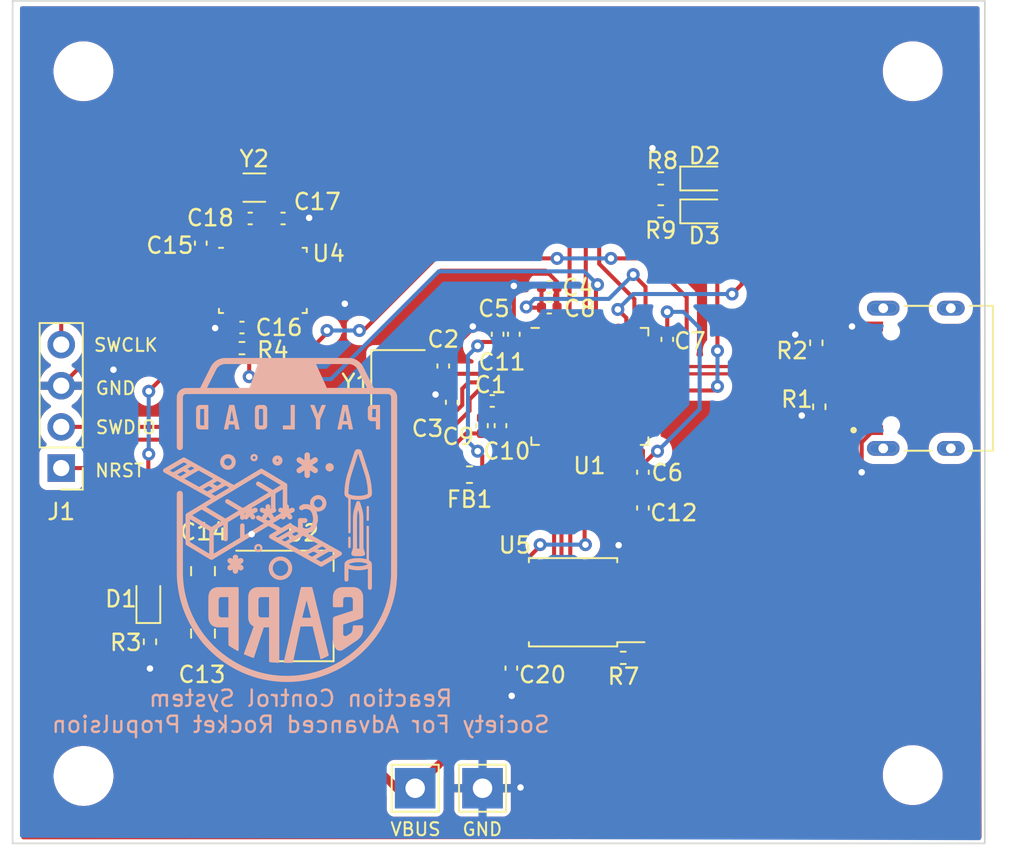
<source format=kicad_pcb>
(kicad_pcb (version 20240108) (generator "pcbnew") (generator_version "8.0")
  (layers (0 "F.Cu" signal) (31 "B.Cu" signal) (34 "B.Paste" user) (35 "F.Paste" user) (36 "B.SilkS" user "B.Silkscreen") (37 "F.SilkS" user "F.Silkscreen") (38 "B.Mask" user) (39 "F.Mask" user) (44 "Edge.Cuts" user))
  (net 0 "")
  (net 1 "/NRST")
  (net 2 "GND")
  (net 3 "/OSC_IN")
  (net 4 "/OSC_OUT")
  (net 5 "+3.3V")
  (net 6 "+3.3VA")
  (net 7 "Net-(U1-VCAP1)")
  (net 8 "VBUS")
  (net 9 "/PWR_LED_K")
  (net 10 "/SWDIO")
  (net 11 "/SWCLK")
  (net 12 "/USB_D+")
  (net 13 "/USB_D-")
  (net 14 "Net-(U4-CAP)")
  (net 15 "Net-(U4-XOUT32)")
  (net 16 "Net-(U4-XIN32)")
  (net 17 "Net-(D2-K)")
  (net 18 "Net-(D3-K)")
  (net 19 "Net-(J2-CC1)")
  (net 20 "/SCLK")
  (net 21 "/CS_FLASH")
  (net 22 "/MISO")
  (net 23 "/LED_B")
  (net 24 "/LED_G")
  (net 27 "Net-(J2-CC2)")
  (net 28 "/MOSI")
  (net 29 "/BNO_NRST")
  (net 30 "/SDA")
  (net 31 "/SCL")
  (net 55 "Net-(U4-GNDIO-Pad15)")
  (net 62 "unconnected-(U1-PA1-Pad11)")
  (footprint "TestPoint:TestPoint_THTPad_2.5x2.5mm_Drill1.2mm" (layer "F.Cu") (at 130.6 124)
    (property "Reference" "J5" (hide yes))
    (property "Value" "GND")
  )
  (footprint "Capacitor_SMD:C_0402_1005Metric" (layer "F.Cu") (at 128.7 100.18 90)
    (property "Reference" "C3")
    (property "Value" "10pF")
  )
  (footprint "Capacitor_SMD:C_0402_1005Metric" (layer "F.Cu") (at 115.7532 95.5687 180)
    (property "Reference" "C16")
    (property "Value" "100nF")
  )
  (footprint "TestPoint:TestPoint_THTPad_2.5x2.5mm_Drill1.2mm" (layer "F.Cu") (at 126.444 124)
    (property "Reference" "J4" (hide yes))
    (property "Value" "5V")
  )
  (footprint "LED_SMD:LED_0603_1608Metric" (layer "F.Cu") (at 144.2875 88.4)
    (property "Reference" "D3")
    (property "Value" "LED")
  )
  (footprint "Capacitor_SMD:C_0402_1005Metric" (layer "F.Cu") (at 113.2132 90.3617 -90)
    (property "Reference" "C15")
    (property "Value" "100nF")
  )
  (footprint "MountingHole:MountingHole_3.2mm_M3" (layer "F.Cu") (at 157.15 123.19)
    (property "Reference" "H4")
    (property "Value" "MountingHole")
  )
  (footprint "Capacitor_SMD:C_0402_1005Metric" (layer "F.Cu") (at 142 96.3 -90)
    (property "Reference" "C7")
    (property "Value" "100nF")
  )
  (footprint "USBC:HRO_TYPE-C-31-M-12" (layer "F.Cu") (at 159.5 98.7 90)
    (property "Reference" "J2" (hide yes))
    (property "Value" "TYPE-C-31-M-12")
    (fp_line (start 4.625 -4.72) (end 4.625 -3.62) (stroke (width 0.01)) (layer "Edge.Cuts"))
    (fp_line (start -4.025 -4.72) (end -4.025 -3.62) (stroke (width 0.01)) (layer "Edge.Cuts"))
    (fp_line (start 4.025 -3.62) (end 4.025 -4.72) (stroke (width 0.01)) (layer "Edge.Cuts"))
    (fp_line (start -4.625 -3.62) (end -4.625 -4.72) (stroke (width 0.01)) (layer "Edge.Cuts"))
    (fp_line (start 4.625 -0.4) (end 4.625 0.4) (stroke (width 0.01)) (layer "Edge.Cuts"))
    (fp_line (start -4.025 -0.4) (end -4.025 0.4) (stroke (width 0.01)) (layer "Edge.Cuts"))
    (fp_line (start 4.025 0.4) (end 4.025 -0.4) (stroke (width 0.01)) (layer "Edge.Cuts"))
    (fp_line (start -4.625 0.4) (end -4.625 -0.4) (stroke (width 0.01)) (layer "Edge.Cuts"))
    (fp_arc (start 4.325 -5.02) (mid 4.537132 -4.932132) (end 4.625 -4.72) (stroke (width 0.01)) (layer "Edge.Cuts"))
    (fp_arc (start -4.325 -5.02) (mid -4.112868 -4.932132) (end -4.025 -4.72) (stroke (width 0.01)) (layer "Edge.Cuts"))
    (fp_arc (start 4.025 -4.72) (mid 4.112868 -4.932132) (end 4.325 -5.02) (stroke (width 0.01)) (layer "Edge.Cuts"))
    (fp_arc (start -4.625 -4.72) (mid -4.537132 -4.932132) (end -4.325 -5.02) (stroke (width 0.01)) (layer "Edge.Cuts"))
    (fp_arc (start 4.625 -3.62) (mid 4.537132 -3.407868) (end 4.325 -3.32) (stroke (width 0.01)) (layer "Edge.Cuts"))
    (fp_arc (start -4.025 -3.62) (mid -4.112868 -3.407868) (end -4.325 -3.32) (stroke (width 0.01)) (layer "Edge.Cuts"))
    (fp_arc (start 4.325 -3.32) (mid 4.112868 -3.407868) (end 4.025 -3.62) (stroke (width 0.01)) (layer "Edge.Cuts"))
    (fp_arc (start -4.325 -3.32) (mid -4.537132 -3.407868) (end -4.625 -3.62) (stroke (width 0.01)) (layer "Edge.Cuts"))
    (fp_arc (start 4.325 -0.7) (mid 4.537132 -0.612132) (end 4.625 -0.4) (stroke (width 0.01)) (layer "Edge.Cuts"))
    (fp_arc (start -4.325 -0.7) (mid -4.112868 -0.612132) (end -4.025 -0.4) (stroke (width 0.01)) (layer "Edge.Cuts"))
    (fp_arc (start 4.025 -0.4) (mid 4.112868 -0.612132) (end 4.325 -0.7) (stroke (width 0.01)) (layer "Edge.Cuts"))
    (fp_arc (start -4.625 -0.4) (mid -4.537132 -0.612132) (end -4.325 -0.7) (stroke (width 0.01)) (layer "Edge.Cuts"))
    (fp_arc (start 4.625 0.4) (mid 4.537132 0.612132) (end 4.325 0.7) (stroke (width 0.01)) (layer "Edge.Cuts"))
    (fp_arc (start -4.025 0.4) (mid -4.112868 0.612132) (end -4.325 0.7) (stroke (width 0.01)) (layer "Edge.Cuts"))
    (fp_arc (start 4.325 0.7) (mid 4.112868 0.612132) (end 4.025 0.4) (stroke (width 0.01)) (layer "Edge.Cuts"))
    (fp_arc (start -4.325 0.7) (mid -4.537132 0.612132) (end -4.625 0.4) (stroke (width 0.01)) (layer "Edge.Cuts"))
  )
  (footprint "Crystal:Crystal_SMD_3225-4Pin_3.2x2.5mm" (layer "F.Cu") (at 125.3828 98.9588 -90)
    (property "Reference" "Y1")
    (property "Value" "16MHz")
  )
  (footprint "Capacitor_SMD:C_0402_1005Metric" (layer "F.Cu") (at 116.2612 88.8377)
    (property "Reference" "C18")
    (property "Value" "22pF")
  )
  (footprint "Connector_PinHeader_2.54mm:PinHeader_1x04_P2.54mm_Vertical" (layer "F.Cu") (at 104.6 104.24 180)
    (property "Reference" "J1")
    (property "Value" "SWD")
  )
  (footprint "Resistor_SMD:R_0402_1005Metric" (layer "F.Cu") (at 151.2 96.51 -90)
    (property "Reference" "R2")
    (property "Value" "5.11k")
  )
  (footprint "Package_SO:SOIC-8_5.23x5.23mm_P1.27mm" (layer "F.Cu") (at 136.188 112.522 180)
    (property "Reference" "U5")
    (property "Value" "W25Q32JVSS")
  )
  (footprint "Capacitor_SMD:C_0402_1005Metric" (layer "F.Cu") (at 134.719 94.3412)
    (property "Reference" "C8")
    (property "Value" "100nF")
  )
  (footprint "Resistor_SMD:R_0402_1005Metric" (layer "F.Cu") (at 151.384 100.457 90)
    (property "Reference" "R1")
    (property "Value" "5.11k")
  )
  (footprint "Capacitor_SMD:C_0805_2012Metric" (layer "F.Cu") (at 113.35 114.45 90)
    (property "Reference" "C13")
    (property "Value" "22uF")
  )
  (footprint "Resistor_SMD:R_0402_1005Metric" (layer "F.Cu") (at 141.5975 88.4 180)
    (property "Reference" "R9")
    (property "Value" "1k")
  )
  (footprint "Resistor_SMD:R_0402_1005Metric" (layer "F.Cu") (at 115.7532 96.8387)
    (property "Reference" "R4")
    (property "Value" "10k")
  )
  (footprint "Capacitor_SMD:C_0402_1005Metric" (layer "F.Cu") (at 132.378 116.586 -90)
    (property "Reference" "C20")
    (property "Value" "100nF")
  )
  (footprint "Package_DFN_QFN:QFN-48-1EP_7x7mm_P0.5mm_EP5.6x5.6mm" (layer "F.Cu") (at 137.222 99.2012)
    (property "Reference" "U1")
    (property "Value" "STM32F401CCU6")
  )
  (footprint "Crystal:Crystal_SMD_3215-2Pin_3.2x1.5mm" (layer "F.Cu") (at 116.5152 86.9327 180)
    (property "Reference" "Y2")
    (property "Value" "32.768Mhz")
  )
  (footprint "Package_TO_SOT_SMD:SOT-223-3_TabPin2" (layer "F.Cu") (at 119.5 112.75)
    (property "Reference" "U2")
    (property "Value" "AMS1117-3.3")
  )
  (footprint "Capacitor_SMD:C_0805_2012Metric" (layer "F.Cu") (at 113.35 110.6 90)
    (property "Reference" "C14")
    (property "Value" "22uF")
  )
  (footprint "Capacitor_SMD:C_0402_1005Metric" (layer "F.Cu") (at 131.532 95.9792 90)
    (property "Reference" "C5")
    (property "Value" "100nF")
  )
  (footprint "Resistor_SMD:R_0402_1005Metric" (layer "F.Cu") (at 110.077 114.9598 -90)
    (property "Reference" "R3")
    (property "Value" "1k")
  )
  (footprint "Resistor_SMD:R_0402_1005Metric" (layer "F.Cu") (at 141.5975 86.368 180)
    (property "Reference" "R8")
    (property "Value" "1k")
  )
  (footprint "Capacitor_SMD:C_0402_1005Metric" (layer "F.Cu") (at 118.2932 88.8377)
    (property "Reference" "C17")
    (property "Value" "22pF")
  )
  (footprint "Capacitor_SMD:C_0402_1005Metric" (layer "F.Cu") (at 131.2 100.1 180)
    (property "Reference" "C1")
    (property "Value" "100nF")
  )
  (footprint "Capacitor_SMD:C_0402_1005Metric" (layer "F.Cu") (at 134.719 93.0582)
    (property "Reference" "C4")
    (property "Value" "10uF")
  )
  (footprint "Capacitor_SMD:C_0402_1005Metric" (layer "F.Cu") (at 140.5 104.5 -90)
    (property "Reference" "C6")
    (property "Value" "100nF")
  )
  (footprint "Capacitor_SMD:C_0402_1005Metric" (layer "F.Cu") (at 128.1768 97.9428 90)
    (property "Reference" "C2")
    (property "Value" "10pF")
  )
  (footprint "Capacitor_SMD:C_0402_1005Metric" (layer "F.Cu") (at 131.708 101.624 90)
    (property "Reference" "C10" (hide yes))
    (property "Value" "1uF")
  )
  (footprint "MountingHole:MountingHole_3.2mm_M3" (layer "F.Cu") (at 105.97 79.75)
    (property "Reference" "H1")
    (property "Value" "MountingHole")
  )
  (footprint "LED_SMD:LED_0603_1608Metric" (layer "F.Cu") (at 109.9754 112.3182 90)
    (property "Reference" "D1")
    (property "Value" "LED")
  )
  (footprint "Package_LGA:LGA-28_5.2x3.8mm_P0.5mm" (layer "F.Cu") (at 117.0432 92.6592)
    (property "Reference" "U4")
    (property "Value" "BNO055")
  )
  (footprint "Capacitor_SMD:C_0402_1005Metric" (layer "F.Cu") (at 140.5 106.7 90)
    (property "Reference" "C12")
    (property "Value" "2.2uF")
  )
  (footprint "MountingHole:MountingHole_3.2mm_M3" (layer "F.Cu") (at 157.15 79.75)
    (property "Reference" "H2")
    (property "Value" "MountingHole")
  )
  (footprint "LED_SMD:LED_0603_1608Metric" (layer "F.Cu") (at 144.2875 86.368)
    (property "Reference" "D2")
    (property "Value" "LED")
  )
  (footprint "Capacitor_SMD:C_0402_1005Metric" (layer "F.Cu") (at 130.565 101.624 90)
    (property "Reference" "C9")
    (property "Value" "10nF")
  )
  (footprint "MountingHole:MountingHole_3.2mm_M3" (layer "F.Cu") (at 105.975 123.24)
    (property "Reference" "H3")
    (property "Value" "MountingHole")
  )
  (footprint "Resistor_SMD:R_0402_1005Metric" (layer "F.Cu") (at 139.28 115.951)
    (property "Reference" "R7")
    (property "Value" "10k")
  )
  (footprint "Capacitor_SMD:C_0402_1005Metric" (layer "F.Cu") (at 132.532 95.9792 90)
    (property "Reference" "C11")
    (property "Value" "1uF")
  )
  (footprint "Inductor_SMD:L_0603_1608Metric" (layer "F.Cu") (at 129.794 104.648)
    (property "Reference" "FB1")
    (property "Value" "120R")
  )
  (footprint "LOGO" (layer "B.Cu") (at 118.11 107.442 180)
    (property "Reference" "G***")
    (property "Value" "LOGO" (hide yes))
  )
  (gr_rect (start 101.6 75.404) (end 161.6 127.404) (stroke (width 0.1)) (fill none) (layer "Edge.Cuts"))
  (gr_text "Reaction Control System\nSociety For Advanced Rocket Propulsion\n" (at 119.38 120.65 0) (layer "B.SilkS") (effects (font (size 1 1)) (justify bottom mirror)))
  (gr_text "GND\n" (at 107.95 99.314 0) (layer "F.SilkS") (effects (font (size 0.8 0.8) (thickness 0.125))))
  (gr_text "GND" (at 129.286 127 0) (layer "F.SilkS") (effects (font (size 0.8 0.8) (thickness 0.125) (bold yes)) (justify left bottom)))
  (gr_text "NRST\n" (at 108.204 104.394 0) (layer "F.SilkS") (effects (font (size 0.8 0.8) (thickness 0.125))))
  (gr_text "SWCLK\n" (at 108.585 96.647 0) (layer "F.SilkS") (effects (font (size 0.8 0.8) (thickness 0.125))))
  (gr_text "VBUS" (at 124.841 127 0) (layer "F.SilkS") (effects (font (size 0.8 0.8) (thickness 0.125) (bold yes)) (justify left bottom)))
  (gr_text "SWDIO\n" (at 108.585 101.727 0) (layer "F.SilkS") (effects (font (size 0.8 0.8) (thickness 0.125))))
  (gr_text "C10" (at 132.1 103.2 0) (layer "F.SilkS") (effects (font (size 1 1))))
  (segment (start 104.6 104.24) (end 106.707 104.24) (width 0.25) (layer "F.Cu") (net 1))
  (segment (start 106.707 104.24) (end 108.458 102.489) (width 0.25) (layer "F.Cu") (net 1))
  (segment (start 130.3488 99.4512) (end 133.7845 99.4512) (width 0.25) (layer "F.Cu") (net 1))
  (segment (start 129.8 100.7) (end 129.8 100) (width 0.25) (layer "F.Cu") (net 1))
  (segment (start 132.3288 99.4512) (end 133.7845 99.4512) (width 0.25) (layer "F.Cu") (net 1))
  (segment (start 128.011 102.489) (end 129.8 100.7) (width 0.25) (layer "F.Cu") (net 1))
  (segment (start 108.458 102.489) (end 128.011 102.489) (width 0.25) (layer "F.Cu") (net 1))
  (segment (start 131.68 100.1) (end 132.3288 99.4512) (width 0.25) (layer "F.Cu") (net 1))
  (segment (start 129.8 100) (end 130.3488 99.4512) (width 0.25) (layer "F.Cu") (net 1))
  (segment (start 151.2 96) (end 149.9 96) (width 0.25) (layer "F.Cu") (net 2))
  (segment (start 132.45 118.25) (end 132.5 118.25) (width 0.25) (layer "F.Cu") (net 2))
  (segment (start 113.2132 90.8417) (end 113.2132 91.2132) (width 0.25) (layer "F.Cu") (net 2))
  (segment (start 140.5 104.98) (end 140.145 104.625) (width 0.25) (layer "F.Cu") (net 2))
  (segment (start 132.532 93) (end 132.532 95.4992) (width 0.25) (layer "F.Cu") (net 2))
  (segment (start 140.5 106.22) (end 140.5 104.98) (width 0.25) (layer "F.Cu") (net 2))
  (segment (start 135.199 94.3412) (end 135.199 93.0582) (width 0.25) (layer "F.Cu") (net 2))
  (segment (start 116.35 108.318) (end 116.35 110.45) (width 0.25) (layer "F.Cu") (net 2))
  (segment (start 107.823 98.171) (end 105.589 98.171) (width 0.25) (layer "F.Cu") (net 2))
  (segment (start 137.222 99.2012) (end 137.92226 99.2012) (width 0.25) (layer "F.Cu") (net 2))
  (segment (start 137.92226 99.2012) (end 140.17226 96.9512) (width 0.25) (layer "F.Cu") (net 2))
  (segment (start 122.1 97.626) (end 122.1 94.1) (width 0.25) (layer "F.Cu") (net 2))
  (segment (start 126.2328 97.8588) (end 126.2328 97.7672) (width 0.25) (layer "F.Cu") (net 2))
  (segment (start 119.8623 88.8377) (end 119.9 88.8) (width 0.25) (layer "F.Cu") (net 2))
  (segment (start 137.222 99.2012) (end 137.222 99.90146) (width 0.25) (layer "F.Cu") (net 2))
  (segment (start 118.8 85.55) (end 118.8 88.8109) (width 0.25) (layer "F.Cu") (net 2))
  (segment (start 151.384 100.967) (end 150.533 100.967) (width 0.25) (layer "F.Cu") (net 2))
  (segment (start 118.45 85.2) (end 118.8 85.55) (width 0.25) (layer "F.Cu") (net 2))
  (segment (start 135.199 95.04946) (end 134.972 95.27646) (width 0.25) (layer "F.Cu") (net 2))
  (segment (start 141.8288 96.9512) (end 140.6595 96.9512) (width 0.25) (layer "F.Cu") (net 2))
  (segment (start 134.700799 92.25) (end 135.199 92.748201) (width 0.25) (layer "F.Cu") (net 2))
  (segment (start 135.199 94.3412) (end 135.199 95.04946) (width 0.25) (layer "F.Cu") (net 2))
  (segment (start 124.5328 100.0588) (end 122.1 97.626) (width 0.25) (layer "F.Cu") (net 2))
  (segment (start 130.565 101.144) (end 131.708 101.144) (width 0.25) (layer "F.Cu") (net 2))
  (segment (start 136.472 99.9512) (end 133.7845 99.9512) (width 0.25) (layer "F.Cu") (net 2))
  (segment (start 137.222 99.90146) (end 139.472 102.15146) (width 0.25) (layer "F.Cu") (net 2))
  (segment (start 132.4 118.3) (end 132.45 118.25) (width 0.25) (layer "F.Cu") (net 2))
  (segment (start 116.7412 88.8377) (end 116.7412 85.9067) (width 0.25) (layer "F.Cu") (net 2))
  (segment (start 154.75 95.5) (end 153.4 95.5) (width 0.25) (layer "F.Cu") (net 2))
  (segment (start 134.972 95.27646) (end 134.972 95.7637) (width 0.25) (layer "F.Cu") (net 2))
  (segment (start 115.2732 95.5687) (end 114.1313 95.5687) (width 0.25) (layer "F.Cu") (net 2))
  (segment (start 111.3802 115.4698) (end 113.35 113.5) (width 0.25) (layer "F.Cu") (net 2))
  (segment (start 132.4 118.15) (end 132.378 118.128) (width 0.25) (layer "F.Cu") (net 2))
  (segment (start 126.2328 97.7672) (end 126.5372 97.4628) (width 0.25) (layer "F.Cu") (net 2))
  (segment (start 118.8 88.8109) (end 118.7732 88.8377) (width 0.25) (layer "F.Cu") (net 2))
  (segment (start 154 102.65) (end 154.75 101.9) (width 0.25) (layer "F.Cu") (net 2))
  (segment (start 128.7 99.7) (end 127.7 99.7) (width 0.25) (layer "F.Cu") (net 2))
  (segment (start 130.1404 95.4992) (end 131.532 95.4992) (width 0.25) (layer "F.Cu") (net 2))
  (segment (start 132.8488 99.9512) (end 133.7845 99.9512) (width 0.25) (layer "F.Cu") (net 2))
  (segment (start 137.222 99.2012) (end 134.972 96.9512) (width 0.25) (layer "F.Cu") (net 2))
  (segment (start 114.1313 95.5687) (end 114.1 95.6) (width 0.25) (layer "F.Cu") (net 2))
  (segment (start 139.788 110.617) (end 139 109.829) (width 0.25) (layer "F.Cu") (net 2))
  (segment (start 132.378 118.128) (end 132.378 117.066) (width 0.25) (layer "F.Cu") (net 2))
  (segment (start 110.077 115.4698) (end 111.3802 115.4698) (width 0.25) (layer "F.Cu") (net 2))
  (segment (start 130.1396 95.5) (end 130.1404 95.4992) (width 0.25) (layer "F.Cu") (net 2))
  (segment (start 113.9092 91.9092) (end 114.6557 91.9092) (width 0.25) (layer "F.Cu") (net 2))
  (segment (start 139 109) (end 139 109.25) (width 0.25) (layer "F.Cu") (net 2))
  (segment (start 114.0626 95.6) (end 114.1 95.6) (width 0.25) (layer "F.Cu") (net 2))
  (segment (start 139 109.829) (end 139 109) (width 0.25) (layer "F.Cu") (net 2))
  (segment (start 113.35 109.65) (end 115.55 109.65) (width 0.25) (layer "F.Cu") (net 2))
  (segment (start 140.17226 96.9512) (end 140.6595 96.9512) (width 0.25) (layer "F.Cu") (net 2))
  (segment (start 154 104.5) (end 154 102.65) (width 0.25) (layer "F.Cu") (net 2))
  (segment (start 117.4479 85.2) (end 118.45 85.2) (width 0.25) (layer "F.Cu") (net 2))
  (segment (start 122.1 94.1) (end 122.1 93.8) (width 0.25) (layer "F.Cu") (net 2))
  (segment (start 114.0313 95.5687) (end 114.0626 95.6) (width 0.25) (layer "F.Cu") (net 2))
  (segment (start 118.7732 88.8377) (end 119.8623 88.8377) (width 0.25) (layer "F.Cu") (net 2))
  (segment (start 126.5372 97.4628) (end 128.1768 97.4628) (width 0.25) (layer "F.Cu") (net 2))
  (segment (start 132.532 95.4992) (end 131.532 95.4992) (width 0.25) (layer "F.Cu") (net 2))
  (segment (start 134.972 96.9512) (end 134.972 95.7637) (width 0.25) (layer "F.Cu") (net 2))
  (segment (start 135.199 92.748201) (end 135.199 93.0582) (width 0.25) (layer "F.Cu") (net 2))
  (segment (start 110.077 115.4698) (end 110.077 116.6108) (width 0.25) (layer "F.Cu") (net 2))
  (segment (start 132.378 117.066) (end 132.316 117.066) (width 0.25) (layer "F.Cu") (net 2))
  (segment (start 119.4307 92.9092) (end 119.4307 92.4092) (width 0.25) (layer "F.Cu") (net 2))
  (segment (start 113.2132 91.2132) (end 113.9092 91.9092) (width 0.25) (layer "F.Cu") (net 2))
  (segment (start 132.4 118.3) (end 132.4 118.15) (width 0.25) (layer "F.Cu") (net 2))
  (segment (start 105.589 98.171) (end 104.6 99.16) (width 0.25) (layer "F.Cu") (net 2))
  (segment (start 150.533 100.967) (end 150.3 101) (width 0.25) (layer "F.Cu") (net 2))
  (segment (start 137.222 99.2012) (end 136.472 99.9512) (width 0.25) (layer "F.Cu") (net 2))
  (segment (start 133.282 92.25) (end 134.700799 92.25) (width 0.25) (layer "F.Cu") (net 2))
  (segment (start 140.13351 104.625) (end 139.472 103.96349) (width 0.25) (layer "F.Cu") (net 2))
  (segment (start 132.532 93) (end 133.282 92.25) (width 0.25) (layer "F.Cu") (net 2))
  (segment (start 116.7412 85.9067) (end 117.4479 85.2) (width 0.25) (layer "F.Cu") (net 2))
  (segment (start 139.472 102.15146) (end 139.472 102.6387) (width 0.25) (layer "F.Cu") (net 2))
  (segment (start 130 95.5) (end 130.1396 95.5) (width 0.25) (layer "F.Cu") (net 2))
  (segment (start 150.3 101) (end 150.5 101) (width 0.25) (layer "F.Cu") (net 2))
  (segment (start 122.1 93.8) (end 120.7092 92.4092) (width 0.25) (layer "F.Cu") (net 2))
  (segment (start 130.72 100.1) (end 130.72 100.989) (width 0.25) (layer "F.Cu") (net 2))
  (segment (start 130 95.6396) (end 130 95.5) (width 0.25) (layer "F.Cu") (net 2))
  (segment (start 131.708 101.092) (end 132.8488 99.9512) (width 0.25) (layer "F.Cu") (net 2))
  (segment (start 132.9436 123.952) (end 132.8956 124) (width 0.5) (layer "F.Cu") (net 2))
  (segment (start 120.7092 92.4092) (end 119.4307 92.4092) (width 0.25) (layer "F.Cu") (net 2))
  (segment (start 132.8956 124) (end 130.6 124) (width 0.5) (layer "F.Cu") (net 2))
  (segment (start 141.0875 84.5) (end 141.0875 86.368) (width 0.25) (layer "F.Cu") (net 2))
  (segment (start 139.472 103.96349) (end 139.472 102.6387) (width 0.25) (layer "F.Cu") (net 2))
  (segment (start 141.0875 88.4) (end 141.0875 86.368) (width 0.25) (layer "F.Cu") (net 2))
  (segment (start 140.145 104.625) (end 140.13351 104.625) (width 0.25) (layer "F.Cu") (net 2))
  (segment (start 142 96.78) (end 141.8288 96.9512) (width 0.25) (layer "F.Cu") (net 2))
  (segment (start 115.55 109.65) (end 116.35 110.45) (width 0.25) (layer "F.Cu") (net 2))
  (segment (start 128.1768 97.4628) (end 130 95.6396) (width 0.25) (layer "F.Cu") (net 2))
  (segment (start 131.708 101.144) (end 131.708 101.092) (width 0.25) (layer "F.Cu") (net 2))
  (via (at 132.532 93) (size 0.8) (drill 0.4) (layers "F.Cu" "B.Cu") (net 2))
  (via (at 141.0875 84.5) (size 0.8) (drill 0.4) (layers "F.Cu" "B.Cu") (net 2))
  (via (at 132.9436 123.952) (size 0.8) (drill 0.4) (layers "F.Cu" "B.Cu") (net 2))
  (via (at 119.9 88.8) (size 0.8) (drill 0.4) (layers "F.Cu" "B.Cu") (net 2))
  (via (at 107.823 98.171) (size 0.8) (drill 0.4) (layers "F.Cu" "B.Cu") (net 2))
  (via (at 122.1 94.1) (size 0.8) (drill 0.4) (layers "F.Cu" "B.Cu") (net 2))
  (via (at 130 95.5) (size 0.8) (drill 0.4) (layers "F.Cu" "B.Cu") (net 2))
  (via (at 149.9 96) (size 0.8) (drill 0.4) (layers "F.Cu" "B.Cu") (net 2))
  (via (at 150.3 101) (size 0.8) (drill 0.4) (layers "F.Cu" "B.Cu") (net 2))
  (via (at 110.077 116.6108) (size 0.8) (drill 0.4) (layers "F.Cu" "B.Cu") (net 2))
  (via (at 153.4 95.5) (size 0.8) (drill 0.4) (layers "F.Cu" "B.Cu") (net 2))
  (via (at 154 104.5) (size 0.8) (drill 0.4) (layers "F.Cu" "B.Cu") (net 2))
  (via (at 127.7 99.7) (size 0.8) (drill 0.4) (layers "F.Cu" "B.Cu") (net 2))
  (via (at 139 109) (size 0.8) (drill 0.4) (layers "F.Cu" "B.Cu") (net 2))
  (via (at 114.1 95.6) (size 0.8) (drill 0.4) (layers "F.Cu" "B.Cu") (net 2))
  (via (at 132.4 118.3) (size 0.8) (drill 0.4) (layers "F.Cu" "B.Cu") (net 2))
  (via (at 116.35 108.318) (size 0.8) (drill 0.4) (layers "F.Cu" "B.Cu") (net 2))
  (segment (start 124.5328 97.8588) (end 124.5328 98.1088) (width 0.25) (layer "F.Cu") (net 3))
  (segment (start 124.5328 98.1088) (end 125.3828 98.9588) (width 0.25) (layer "F.Cu") (net 3))
  (segment (start 125.3828 98.9588) (end 127.6408 98.9588) (width 0.25) (layer "F.Cu") (net 3))
  (segment (start 133.7561 98.4228) (end 133.7845 98.4512) (width 0.25) (layer "F.Cu") (net 3))
  (segment (start 128.1768 98.4228) (end 133.7561 98.4228) (width 0.25) (layer "F.Cu") (net 3))
  (segment (start 127.6408 98.9588) (end 128.1768 98.4228) (width 0.25) (layer "F.Cu") (net 3))
  (segment (start 129.74229 98.9512) (end 133.7845 98.9512) (width 0.25) (layer "F.Cu") (net 4))
  (segment (start 128.7 100.66) (end 129.04 100.66) (width 0.25) (layer "F.Cu") (net 4))
  (segment (start 128.7 100.66) (end 126.834 100.66) (width 0.25) (layer "F.Cu") (net 4))
  (segment (start 129.35 99.34349) (end 129.74229 98.9512) (width 0.25) (layer "F.Cu") (net 4))
  (segment (start 129.35 100.35) (end 129.35 99.34349) (width 0.25) (layer "F.Cu") (net 4))
  (segment (start 129.04 100.66) (end 129.35 100.35) (width 0.25) (layer "F.Cu") (net 4))
  (segment (start 126.834 100.66) (end 126.2328 100.0588) (width 0.25) (layer "F.Cu") (net 4))
  (segment (start 139.968 102.6427) (end 139.972 102.6387) (width 0.25) (layer "F.Cu") (net 5))
  (segment (start 110 103.378) (end 109.9754 103.4026) (width 0.25) (layer "F.Cu") (net 5))
  (segment (start 125.523 112.75) (end 127.2 114.427) (width 0.25) (layer "F.Cu") (net 5))
  (segment (start 133.387999 114.427) (end 132.588 114.427) (width 0.25) (layer "F.Cu") (net 5))
  (segment (start 134.314999 113.5) (end 133.387999 114.427) (width 0.25) (layer "F.Cu") (net 5))
  (segment (start 130.3 103.2) (end 130.5815 103.4815) (width 0.25) (layer "F.Cu") (net 5))
  (segment (start 113 94.0039) (end 113 96.2) (width 0.25) (layer "F.Cu") (net 5))
  (segment (start 140.6595 96.1) (end 140.9395 95.82) (width 0.25) (layer "F.Cu") (net 5))
  (segment (start 115.2932 90.9967) (end 115.3182 91.0217) (width 0.25) (layer "F.Cu") (net 5))
  (segment (start 134.239 94.3412) (end 134.239 95.5307) (width 0.25) (layer "F.Cu") (net 5))
  (segment (start 131.532 96.4592) (end 132.532 96.4592) (width 0.25) (layer "F.Cu") (net 5))
  (segment (start 122.65 112.75) (end 116.35 112.75) (width 0.25) (layer "F.Cu") (net 5))
  (segment (start 122.65 112.75) (end 125.523 112.75) (width 0.25) (layer "F.Cu") (net 5))
  (segment (start 113.2132 89.8817) (end 114.7927 89.8817) (width 0.25) (layer "F.Cu") (net 5))
  (segment (start 114.55 112.75) (end 113.35 111.55) (width 0.25) (layer "F.Cu") (net 5))
  (segment (start 133.7845 96.4512) (end 134.472 95.7637) (width 0.25) (layer "F.Cu") (net 5))
  (segment (start 140.9395 95.82) (end 142 95.82) (width 0.25) (layer "F.Cu") (net 5))
  (segment (start 133.7765 96.4592) (end 133.7845 96.4512) (width 0.25) (layer "F.Cu") (net 5))
  (segment (start 133.3412 94.3412) (end 134.239 94.3412) (width 0.25) (layer "F.Cu") (net 5))
  (segment (start 112.6613 96.8387) (end 113.6387 96.8387) (width 0.25) (layer "F.Cu") (net 5))
  (segment (start 130.5408 96.4592) (end 130.3 96.7) (width 0.25) (layer "F.Cu") (net 5))
  (segment (start 115.3182 91.0217) (end 115.3182 92.3612) (width 0.25) (layer "F.Cu") (net 5))
  (segment (start 115.3182 92.3612) (end 115.2702 92.4092) (width 0.25) (layer "F.Cu") (net 5))
  (segment (start 139.9 92.3) (end 140.6595 93.0595) (width 0.25) (layer "F.Cu") (net 5))
  (segment (start 110 99.5) (end 112.6613 96.8387) (width 0.25) (layer "F.Cu") (net 5))
  (segment (start 116.35 112.75) (end 114.55 112.75) (width 0.25) (layer "F.Cu") (net 5))
  (segment (start 127.2 114.427) (end 132.588 114.427) (width 0.25) (layer "F.Cu") (net 5))
  (segment (start 113 96.2) (end 113.6387 96.8387) (width 0.25) (layer "F.Cu") (net 5))
  (segment (start 115.2932 90.3822) (end 115.2932 90.9967) (width 0.25) (layer "F.Cu") (net 5))
  (segment (start 109.9754 103.4026) (end 109.9754 111.5307) (width 0.25) (layer "F.Cu") (net 5))
  (segment (start 140.5 103.1667) (end 139.972 102.6387) (width 0.25) (layer "F.Cu") (net 5))
  (segment (start 142 95.82) (end 142 94.6) (width 0.25) (layer "F.Cu") (net 5))
  (segment (start 114.0947 92.9092) (end 113 94.0039) (width 0.25) (layer "F.Cu") (net 5))
  (segment (start 109.9754 111.5307) (end 113.3307 111.5307) (width 0.25) (layer "F.Cu") (net 5))
  (segment (start 115.2702 92.4092) (end 114.6557 92.4092) (width 0.25) (layer "F.Cu") (net 5))
  (segment (start 138.77 115.951) (end 138.77 114.994695) (width 0.25) (layer "F.Cu") (net 5))
  (segment (start 131.532 96.4592) (end 130.5408 96.4592) (width 0.25) (layer "F.Cu") (net 5))
  (segment (start 114.7927 89.8817) (end 115.2932 90.3822) (width 0.25) (layer "F.Cu") (net 5))
  (segment (start 113.3307 111.5307) (end 113.35 111.55) (width 0.25) (layer "F.Cu") (net 5))
  (segment (start 140.5 104.02) (end 140.5 103.1667) (width 0.25) (layer "F.Cu") (net 5))
  (segment (start 130.5815 103.4815) (end 130.5815 104.648) (width 0.25) (layer "F.Cu") (net 5))
  (segment (start 141.32 103.2) (end 140.5 104.02) (width 0.25) (layer "F.Cu") (net 5))
  (segment (start 122.65 112.5795) (end 122.65 112.75) (width 0.25) (layer "F.Cu") (net 5))
  (segment (start 134.239 93.0582) (end 134.239 94.3412) (width 0.25) (layer "F.Cu") (net 5))
  (segment (start 133.3 94.3) (end 133.3412 94.3412) (width 0.25) (layer "F.Cu") (net 5))
  (segment (start 137.275305 113.5) (end 134.314999 113.5) (width 0.25) (layer "F.Cu") (net 5))
  (segment (start 132.45 115.951) (end 132.45 114.311) (width 0.25) (layer "F.Cu") (net 5))
  (segment (start 140.6595 93.0595) (end 140.6595 96.4512) (width 0.25) (layer "F.Cu") (net 5))
  (segment (start 132.532 96.4592) (end 133.7765 96.4592) (width 0.25) (layer "F.Cu") (net 5))
  (segment (start 114.6557 92.4092) (end 114.6557 92.9092) (width 0.25) (layer "F.Cu") (net 5))
  (segment (start 141.4 103.2) (end 141.32 103.2) (width 0.25) (layer "F.Cu") (net 5))
  (segment (start 114.6557 92.9092) (end 114.0947 92.9092) (width 0.25) (layer "F.Cu") (net 5))
  (segment (start 138.77 114.994695) (end 137.275305 113.5) (width 0.25) (layer "F.Cu") (net 5))
  (segment (start 113.6387 96.8387) (end 115.2432 96.8387) (width 0.25) (layer "F.Cu") (net 5))
  (segment (start 130.5815 104.648) (end 122.65 112.5795) (width 0.25) (layer "F.Cu") (net 5))
  (segment (start 134.239 95.5307) (end 134.472 95.7637) (width 0.25) (layer "F.Cu") (net 5))
  (via (at 133.3 94.3) (size 0.8) (drill 0.4) (layers "F.Cu" "B.Cu") (net 5))
  (via (at 141.4 103.2) (size 0.8) (drill 0.4) (layers "F.Cu" "B.Cu") (net 5))
  (via (at 110 99.5) (size 0.8) (drill 0.4) (layers "F.Cu" "B.Cu") (net 5))
  (via (at 110 103.378) (size 0.8) (drill 0.4) (layers "F.Cu" "B.Cu") (net 5))
  (via (at 130.3 103.2) (size 0.8) (drill 0.4) (layers "F.Cu" "B.Cu") (net 5))
  (via (at 142 94.6) (size 0.8) (drill 0.4) (layers "F.Cu" "B.Cu") (net 5))
  (via (at 139.9 92.3) (size 0.8) (drill 0.4) (layers "F.Cu" "B.Cu") (net 5))
  (via (at 130.3 96.7) (size 0.8) (drill 0.4) (layers "F.Cu" "B.Cu") (net 5))
  (segment (start 133.8 93.8) (end 138.4 93.8) (width 0.25) (layer "B.Cu") (net 5))
  (segment (start 144 100.6) (end 144 95.6) (width 0.25) (layer "B.Cu") (net 5))
  (segment (start 143 94.6) (end 142 94.6) (width 0.25) (layer "B.Cu") (net 5))
  (segment (start 129.7 97.3) (end 130.3 96.7) (width 0.25) (layer "B.Cu") (net 5))
  (segment (start 110 99.5) (end 110 103.378) (width 0.25) (layer "B.Cu") (net 5))
  (segment (start 141.4 103.2) (end 144 100.6) (width 0.25) (layer "B.Cu") (net 5))
  (segment (start 133.3 94.3) (end 133.8 93.8) (width 0.25) (layer "B.Cu") (net 5))
  (segment (start 138.4 93.8) (end 139.9 92.3) (width 0.25) (layer "B.Cu") (net 5))
  (segment (start 129.7 102.6) (end 129.7 97.3) (width 0.25) (layer "B.Cu") (net 5))
  (segment (start 144 95.6) (end 143 94.6) (width 0.25) (layer "B.Cu") (net 5))
  (segment (start 130.3 103.2) (end 129.7 102.6) (width 0.25) (layer "B.Cu") (net 5))
  (segment (start 129.0065 104.648) (end 129.0065 102.6935) (width 0.25) (layer "F.Cu") (net 6))
  (segment (start 129.596 102.104) (end 130.565 102.104) (width 0.25) (layer "F.Cu") (net 6))
  (segment (start 133.29726 100.4512) (end 133.7845 100.4512) (width 0.25) (layer "F.Cu") (net 6))
  (segment (start 132.4 101.721999) (end 132.4 101.34846) (width 0.25) (layer "F.Cu") (net 6))
  (segment (start 131.708 102.104) (end 132.017999 102.104) (width 0.25) (layer "F.Cu") (net 6))
  (segment (start 132.017999 102.104) (end 132.4 101.721999) (width 0.25) (layer "F.Cu") (net 6))
  (segment (start 132.4 101.34846) (end 133.29726 100.4512) (width 0.25) (layer "F.Cu") (net 6))
  (segment (start 129.0065 102.6935) (end 129.596 102.104) (width 0.25) (layer "F.Cu") (net 6))
  (segment (start 130.565 102.104) (end 131.708 102.104) (width 0.25) (layer "F.Cu") (net 6))
  (segment (start 131.708 102.092) (end 131.73149 102.092) (width 0.25) (layer "F.Cu") (net 6))
  (segment (start 131.708 102.104) (end 131.708 102.092) (width 0.25) (layer "F.Cu") (net 6))
  (segment (start 140.13351 106.825) (end 138.972 105.66349) (width 0.25) (layer "F.Cu") (net 7))
  (segment (start 140.5 107.18) (end 140.145 106.825) (width 0.25) (layer "F.Cu") (net 7))
  (segment (start 140.145 106.825) (end 140.13351 106.825) (width 0.25) (layer "F.Cu") (net 7))
  (segment (start 138.972 105.66349) (end 138.972 102.6387) (width 0.25) (layer "F.Cu") (net 7))
  (segment (start 156.7 99.7) (end 156.7 97.644594) (width 0.25) (layer "F.Cu") (net 8))
  (segment (start 152.5 102.28) (end 153.68 101.1) (width 0.5) (layer "F.Cu") (net 8))
  (segment (start 113.366 115.384) (end 113.35 115.4) (width 0.5) (layer "F.Cu") (net 8))
  (segment (start 156.7 97.644594) (end 155.355406 96.3) (width 0.25) (layer "F.Cu") (net 8))
  (segment (start 154.75 101.1) (end 155.3 101.1) (width 0.25) (layer "F.Cu") (net 8))
  (segment (start 152.5 111.5) (end 152.5 102.28) (width 0.5) (layer "F.Cu") (net 8))
  (segment (start 126.444 124) (end 125.3 124) (width 0.5) (layer "F.Cu") (net 8))
  (segment (start 155.355406 96.3) (end 154.75 96.3) (width 0.25) (layer "F.Cu") (net 8))
  (segment (start 116 115.4) (end 116.35 115.05) (width 0.25) (layer "F.Cu") (net 8))
  (segment (start 153.68 101.1) (end 154.75 101.1) (width 0.5) (layer "F.Cu") (net 8))
  (segment (start 143.5 120.5) (end 152.5 111.5) (width 0.5) (layer "F.Cu") (net 8))
  (segment (start 155.3 101.1) (end 156.7 99.7) (width 0.25) (layer "F.Cu") (net 8))
  (segment (start 116.35 115.05) (end 116.016 115.384) (width 0.5) (layer "F.Cu") (net 8))
  (segment (start 116.45 115.05) (end 116.35 115.05) (width 0.5) (layer "F.Cu") (net 8))
  (segment (start 116.016 115.384) (end 113.366 115.384) (width 0.5) (layer "F.Cu") (net 8))
  (segment (start 125.3 124) (end 116.35 115.05) (width 0.5) (layer "F.Cu") (net 8))
  (segment (start 126.444 124) (end 129.944 120.5) (width 0.5) (layer "F.Cu") (net 8))
  (segment (start 129.944 120.5) (end 143.5 120.5) (width 0.5) (layer "F.Cu") (net 8))
  (segment (start 109.9754 114.3482) (end 110.077 114.4498) (width 0.25) (layer "F.Cu") (net 9))
  (segment (start 109.9754 113.1057) (end 109.9754 114.3482) (width 0.25) (layer "F.Cu") (net 9))
  (segment (start 123.25 95.75) (end 127.7 91.3) (width 0.25) (layer "F.Cu") (net 10))
  (segment (start 143.2 93.7) (end 143.2 97) (width 0.25) (layer "F.Cu") (net 10))
  (segment (start 140.8 91.3) (end 143.2 93.7) (width 0.25) (layer "F.Cu") (net 10))
  (segment (start 115.2 101.7) (end 104.6 101.7) (width 0.25) (layer "F.Cu") (net 10))
  (segment (start 121 95.9) (end 115.2 101.7) (width 0.25) (layer "F.Cu") (net 10))
  (segment (start 123 95.75) (end 123.25 95.75) (width 0.25) (layer "F.Cu") (net 10))
  (segment (start 135.2 91.3) (end 135 91.3) (width 0.25) (layer "F.Cu") (net 10))
  (segment (start 127.7 91.3) (end 135.2 91.3) (width 0.25) (layer "F.Cu") (net 10))
  (segment (start 138.525 91.3) (end 140.8 91.3) (width 0.25) (layer "F.Cu") (net 10))
  (segment (start 142.7488 97.4512) (end 140.6595 97.4512) (width 0.25) (layer "F.Cu") (net 10))
  (segment (start 143.2 97) (end 142.7488 97.4512) (width 0.25) (layer "F.Cu") (net 10))
  (segment (start 121 95.75) (end 121 95.9) (width 0.25) (layer "F.Cu") (net 10))
  (via (at 138.525 91.3) (size 0.8) (drill 0.4) (layers "F.Cu" "B.Cu") (net 10))
  (via (at 121 95.75) (size 0.8) (drill 0.4) (layers "F.Cu" "B.Cu") (net 10))
  (via (at 123 95.75) (size 0.8) (drill 0.4) (layers "F.Cu" "B.Cu") (net 10))
  (via (at 135.2 91.3) (size 0.8) (drill 0.4) (layers "F.Cu" "B.Cu") (net 10))
  (segment (start 123 95.75) (end 122.9 95.85) (width 0.25) (layer "B.Cu") (net 10))
  (segment (start 123 95.75) (end 121 95.75) (width 0.25) (layer "B.Cu") (net 10))
  (segment (start 135.2 91.3) (end 138.525 91.3) (width 0.25) (layer "B.Cu") (net 10))
  (segment (start 137.8 91.636396) (end 139.972 93.808396) (width 0.25) (layer "F.Cu") (net 11))
  (segment (start 135.3 84.6) (end 137.8 87.1) (width 0.25) (layer "F.Cu") (net 11))
  (segment (start 137.8 87.1) (end 137.8 91.636396) (width 0.25) (layer "F.Cu") (net 11))
  (segment (start 114.7 84.6) (end 135.3 84.6) (width 0.25) (layer "F.Cu") (net 11))
  (segment (start 104.6 94.7) (end 104.6 96.62) (width 0.25) (layer "F.Cu") (net 11))
  (segment (start 104.6 94.7) (end 114.7 84.6) (width 0.25) (layer "F.Cu") (net 11))
  (segment (start 139.972 93.808396) (end 139.972 95.7637) (width 0.25) (layer "F.Cu") (net 11))
  (segment (start 155.57 98.95) (end 155.7 98.82) (width 0.2) (layer "F.Cu") (net 12))
  (segment (start 153.2175 97.975) (end 153.2425 97.95) (width 0.2) (layer "F.Cu") (net 12))
  (segment (start 152.757624 97.9762) (end 152.758824 97.975) (width 0.2) (layer "F.Cu") (net 12))
  (segment (start 141.340751 97.9762) (end 152.757624 97.9762) (width 0.2) (layer "F.Cu") (net 12))
  (segment (start 154.75 98.95) (end 155.57 98.95) (width 0.2) (layer "F.Cu") (net 12))
  (segment (start 153.2425 97.95) (end 154.75 97.95) (width 0.2) (layer "F.Cu") (net 12))
  (segment (start 152.758824 97.975) (end 153.2175 97.975) (width 0.2) (layer "F.Cu") (net 12))
  (segment (start 141.315751 97.9512) (end 141.340751 97.9762) (width 0.2) (layer "F.Cu") (net 12))
  (segment (start 140.6595 97.9512) (end 141.315751 97.9512) (width 0.2) (layer "F.Cu") (net 12))
  (segment (start 155.57 97.95) (end 154.75 97.95) (width 0.2) (layer "F.Cu") (net 12))
  (segment (start 155.7 98.82) (end 155.7 98.08) (width 0.2) (layer "F.Cu") (net 12))
  (segment (start 155.7 98.08) (end 155.57 97.95) (width 0.2) (layer "F.Cu") (net 12))
  (segment (start 152.93103 98.425) (end 153.2175 98.425) (width 0.2) (layer "F.Cu") (net 13))
  (segment (start 153.7 98.68) (end 153.7 99.22) (width 0.2) (layer "F.Cu") (net 13))
  (segment (start 141.315751 98.4512) (end 141.340751 98.4262) (width 0.2) (layer "F.Cu") (net 13))
  (segment (start 154.75 98.45) (end 153.93 98.45) (width 0.2) (layer "F.Cu") (net 13))
  (segment (start 153.2175 98.425) (end 153.2425 98.45) (width 0.2) (layer "F.Cu") (net 13))
  (segment (start 141.340751 98.4262) (end 152.92983 98.4262) (width 0.2) (layer "F.Cu") (net 13))
  (segment (start 153.2425 98.45) (end 154.75 98.45) (width 0.2) (layer "F.Cu") (net 13))
  (segment (start 153.7 99.22) (end 153.93 99.45) (width 0.2) (layer "F.Cu") (net 13))
  (segment (start 140.6595 98.4512) (end 141.315751 98.4512) (width 0.2) (layer "F.Cu") (net 13))
  (segment (start 152.92983 98.4262) (end 152.93103 98.425) (width 0.2) (layer "F.Cu") (net 13))
  (segment (start 153.93 99.45) (end 154.75 99.45) (width 0.2) (layer "F.Cu") (net 13))
  (segment (start 153.93 98.45) (end 153.7 98.68) (width 0.2) (layer "F.Cu") (net 13))
  (segment (start 116.2932 95.5087) (end 116.2932 94.3217) (width 0.25) (layer "F.Cu") (net 14))
  (segment (start 116.2932 95.5647) (end 116.2892 95.5687) (width 0.25) (layer "F.Cu") (net 14))
  (segment (start 116.2332 95.5687) (end 116.2932 95.5087) (width 0.25) (layer "F.Cu") (net 14))
  (segment (start 117.8132 88.8377) (end 117.8132 86.9807) (width 0.25) (layer "F.Cu") (net 15))
  (segment (start 116.6422 90.1077) (end 117.2772 90.1077) (width 0.25) (layer "F.Cu") (net 15))
  (segment (start 116.2932 90.9967) (end 116.2932 90.4567) (width 0.25) (layer "F.Cu") (net 15))
  (segment (start 117.8132 89.5717) (end 117.8132 88.8377) (width 0.25) (layer "F.Cu") (net 15))
  (segment (start 117.2772 90.1077) (end 117.8132 89.5717) (width 0.25) (layer "F.Cu") (net 15))
  (segment (start 116.2932 90.4567) (end 116.6422 90.1077) (width 0.25) (layer "F.Cu") (net 15))
  (segment (start 117.8132 86.9807) (end 117.7652 86.9327) (width 0.25) (layer "F.Cu") (net 15))
  (segment (start 115.2652 88.3217) (end 115.7812 88.8377) (width 0.25) (layer "F.Cu") (net 16))
  (segment (start 115.7812 88.8377) (end 115.7812 90.9847) (width 0.25) (layer "F.Cu") (net 16))
  (segment (start 115.2652 86.9327) (end 115.2652 88.3217) (width 0.25) (layer "F.Cu") (net 16))
  (segment (start 115.7812 90.9847) (end 115.7932 90.9967) (width 0.25) (layer "F.Cu") (net 16))
  (segment (start 143.5 86.368) (end 142.1075 86.368) (width 0.25) (layer "F.Cu") (net 17))
  (segment (start 143.5 88.4) (end 142.1075 88.4) (width 0.25) (layer "F.Cu") (net 18))
  (segment (start 153.6595 99.947) (end 153.6625 99.95) (width 0.25) (layer "F.Cu") (net 19))
  (segment (start 151.384 99.947) (end 153.6595 99.947) (width 0.25) (layer "F.Cu") (net 19))
  (segment (start 153.6625 99.95) (end 154.75 99.95) (width 0.25) (layer "F.Cu") (net 19))
  (segment (start 139.79 115.951) (end 139.79 114.429) (width 0.25) (layer "F.Cu") (net 20))
  (segment (start 135.472 102.6387) (end 135.472 110.572) (width 0.25) (layer "F.Cu") (net 20))
  (segment (start 135.472 110.572) (end 139.327 114.427) (width 0.25) (layer "F.Cu") (net 20))
  (segment (start 139.327 114.427) (end 139.788 114.427) (width 0.25) (layer "F.Cu") (net 20))
  (segment (start 139.79 114.429) (end 139.788 114.427) (width 0.25) (layer "F.Cu") (net 20))
  (segment (start 132.588 111.887) (end 133.387999 111.887) (width 0.25) (layer "F.Cu") (net 21))
  (segment (start 135.016 110.258999) (end 135.016 102.6387) (width 0.25) (layer "F.Cu") (net 21))
  (segment (start 133.387999 111.887) (end 135.016 110.258999) (width 0.25) (layer "F.Cu") (net 21))
  (segment (start 138.988001 113.157) (end 136.016 110.184999) (width 0.25) (layer "F.Cu") (net 22))
  (segment (start 139.788 113.157) (end 138.988001 113.157) (width 0.25) (layer "F.Cu") (net 22))
  (segment (start 136.016 110.184999) (end 136.016 102.6387) (width 0.25) (layer "F.Cu") (net 22))
  (segment (start 144.8488 99.4512) (end 140.6595 99.4512) (width 0.25) (layer "F.Cu") (net 23))
  (segment (start 145.1 99.2) (end 144.8488 99.4512) (width 0.25) (layer "F.Cu") (net 23))
  (segment (start 145.1 97) (end 145.075 96.8) (width 0.25) (layer "F.Cu") (net 23))
  (segment (start 145.075 88.4) (end 145.1 97) (width 0.25) (layer "F.Cu") (net 23))
  (via (at 145.1 97) (size 0.8) (drill 0.4) (layers "F.Cu" "B.Cu") (net 23))
  (via (at 145.1 99.2) (size 0.8) (drill 0.4) (layers "F.Cu" "B.Cu") (net 23))
  (segment (start 145.1 99.2) (end 145.1 99.1) (width 0.25) (layer "B.Cu") (net 23))
  (segment (start 145.1 97) (end 145.1 99.2) (width 0.25) (layer "B.Cu") (net 23))
  (segment (start 138.95 94.45) (end 139.472 94.972) (width 0.25) (layer "F.Cu") (net 24))
  (segment (start 146 93.5) (end 146.6 92.9) (width 0.25) (layer "F.Cu") (net 24))
  (segment (start 146.6 92.9) (end 146.6 87.893) (width 0.25) (layer "F.Cu") (net 24))
  (segment (start 139.472 94.972) (end 139.472 95.7637) (width 0.25) (layer "F.Cu") (net 24))
  (segment (start 146.6 87.893) (end 145.075 86.368) (width 0.25) (layer "F.Cu") (net 24))
  (via (at 138.95 94.45) (size 0.8) (drill 0.4) (layers "F.Cu" "B.Cu") (net 24))
  (via (at 146 93.5) (size 0.8) (drill 0.4) (layers "F.Cu" "B.Cu") (net 24))
  (segment (start 146 93.5) (end 139.9 93.5) (width 0.25) (layer "B.Cu") (net 24))
  (segment (start 139.9 93.5) (end 138.95 94.45) (width 0.25) (layer "B.Cu") (net 24))
  (segment (start 151.2 97.02) (end 151.27 96.95) (width 0.25) (layer "F.Cu") (net 27))
  (segment (start 151.27 96.95) (end 154.75 96.95) (width 0.25) (layer "F.Cu") (net 27))
  (segment (start 136.9 103.55394) (end 136.472 103.12594) (width 0.25) (layer "F.Cu") (net 28))
  (segment (start 136.95 108.966) (end 136.9 108.916) (width 0.25) (layer "F.Cu") (net 28))
  (segment (start 136.472 103.12594) (end 136.472 102.6827) (width 0.25) (layer "F.Cu") (net 28))
  (segment (start 132.588 110.617) (end 134.156 109.049) (width 0.25) (layer "F.Cu") (net 28))
  (segment (start 136.9 108.916) (end 136.9 103.55394) (width 0.25) (layer "F.Cu") (net 28))
  (segment (start 134.156 109.049) (end 134.156 108.966) (width 0.25) (layer "F.Cu") (net 28))
  (via (at 134.156 108.966) (size 0.8) (drill 0.4) (layers "F.Cu" "B.Cu") (net 28))
  (via (at 136.95 108.966) (size 0.8) (drill 0.4) (layers "F.Cu" "B.Cu") (net 28))
  (segment (start 136.95 108.966) (end 136.696 108.966) (width 0.25) (layer "B.Cu") (net 28))
  (segment (start 134.156 108.966) (end 136.95 108.966) (width 0.25) (layer "B.Cu") (net 28))
  (segment (start 116.7692 96.8387) (end 117.2932 96.3147) (width 0.25) (layer "F.Cu") (net 29))
  (segment (start 116.2632 96.8387) (end 116.7692 96.8387) (width 0.25) (layer "F.Cu") (net 29))
  (segment (start 137.6 93.018096) (end 137.6 94.90446) (width 0.25) (layer "F.Cu") (net 29))
  (segment (start 137.6 94.90446) (end 137.972 95.27646) (width 0.25) (layer "F.Cu") (net 29))
  (segment (start 137.972 95.27646) (end 137.972 95.7637) (width 0.25) (layer "F.Cu") (net 29))
  (segment (start 116.2 96.9019) (end 116.2632 96.8387) (width 0.25) (layer "F.Cu") (net 29))
  (segment (start 137.697 92.921096) (end 137.6 93.018096) (width 0.25) (layer "F.Cu") (net 29))
  (segment (start 116.2 98.6) (end 116.2 96.9019) (width 0.25) (layer "F.Cu") (net 29))
  (segment (start 117.2932 96.3147) (end 117.2932 94.3217) (width 0.25) (layer "F.Cu") (net 29))
  (via (at 116.2 98.6) (size 0.8) (drill 0.4) (layers "F.Cu" "B.Cu") (net 29))
  (via (at 137.697 92.921096) (size 0.8) (drill 0.4) (layers "F.Cu" "B.Cu") (net 29))
  (segment (start 116.35 98.75) (end 116.2 98.6) (width 0.25) (layer "B.Cu") (net 29))
  (segment (start 136.875904 92.1) (end 127.9 92.1) (width 0.25) (layer "B.Cu") (net 29))
  (segment (start 137.697 92.921096) (end 136.875904 92.1) (width 0.25) (layer "B.Cu") (net 29))
  (segment (start 121.25 98.75) (end 116.35 98.75) (width 0.25) (layer "B.Cu") (net 29))
  (segment (start 127.9 92.1) (end 121.25 98.75) (width 0.25) (layer "B.Cu") (net 29))
  (segment (start 135.5 89) (end 135.5 89.028) (width 0.25) (layer "F.Cu") (net 30))
  (segment (start 121.5 89) (end 135.5 89) (width 0.25) (layer "F.Cu") (net 30))
  (segment (start 135.5 89.028) (end 136.972 90.5) (width 0.25) (layer "F.Cu") (net 30))
  (segment (start 119.2932 90.9967) (end 119.5033 90.9967) (width 0.25) (layer "F.Cu") (net 30))
  (segment (start 136.972 95.7637) (end 136.972 90.5) (width 0.25) (layer "F.Cu") (net 30))
  (segment (start 119.5033 90.9967) (end 121.5 89) (width 0.25) (layer "F.Cu") (net 30))
  (segment (start 119.4307 91.9092) (end 120.1908 91.9092) (width 0.25) (layer "F.Cu") (net 31))
  (segment (start 122.1 90) (end 135.5 90) (width 0.25) (layer "F.Cu") (net 31))
  (segment (start 120.1908 91.9092) (end 122.1 90) (width 0.25) (layer "F.Cu") (net 31))
  (segment (start 135.972 90.472) (end 135.972 95.7637) (width 0.25) (layer "F.Cu") (net 31))
  (segment (start 135.5 90) (end 135.972 90.472) (width 0.25) (layer "F.Cu") (net 31))
  (segment (start 116.7932 91.6112) (end 116.7932 90.9967) (width 0.25) (layer "F.Cu") (net 55))
  (segment (start 119.4307 93.4092) (end 118.5912 93.4092) (width 0.25) (layer "F.Cu") (net 55))
  (segment (start 119.4307 93.4092) (end 119.4307 94.1842) (width 0.25) (layer "F.Cu") (net 55))
  (segment (start 118.5912 93.4092) (end 116.7932 91.6112) (width 0.25) (layer "F.Cu") (net 55))
  (segment (start 119.4307 94.1842) (end 119.2932 94.3217) (width 0.25) (layer "F.Cu") (net 55))
  (segment (start 133.29726 101.4512) (end 133.7845 101.4512) (width 0.25) (layer "F.Cu") (net 62))
  (zone (net 2) (net_name "GND") (layer "F.Cu") (connect_pads (clearance 0.508)) (min_thickness 0.25) (fill yes (thermal_gap 0.5) (thermal_bridge_width 0.5))
    (polygon (pts (xy 102.0572 75.7428) (xy 161.273 75.7428) (xy 161.4 127.1252) (xy 102.131 127.1522)))
  )
  (zone (net 2) (net_name "GND") (layer "B.Cu") (connect_pads (clearance 0.508)) (min_thickness 0.25) (fill yes (thermal_gap 0.5) (thermal_bridge_width 0.5))
    (polygon (pts (xy 102.054 75.7428) (xy 161.273 75.7428) (xy 161.373 127.203) (xy 102.054 127.053)))
  )
)
</source>
